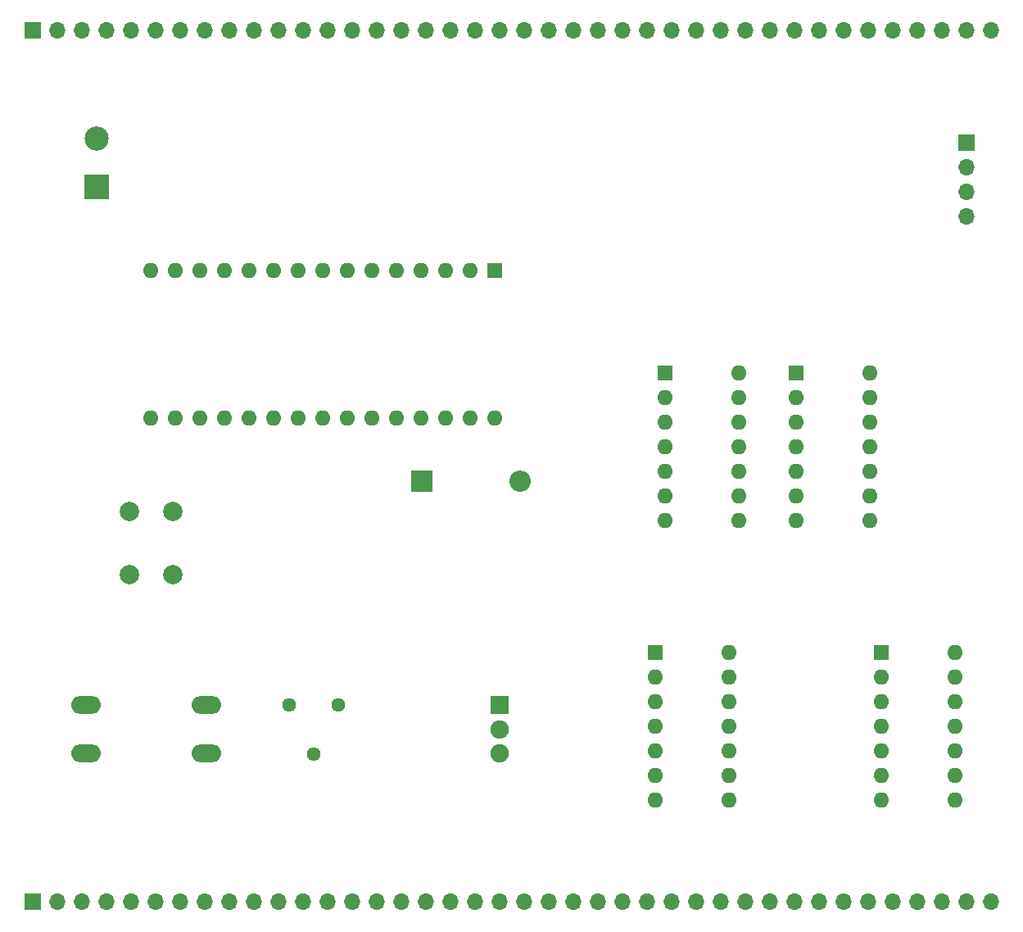
<source format=gbs>
G04 #@! TF.GenerationSoftware,KiCad,Pcbnew,(5.1.9)-1*
G04 #@! TF.CreationDate,2021-10-24T10:29:25-04:00*
G04 #@! TF.ProjectId,loader,6c6f6164-6572-42e6-9b69-6361645f7063,2.0*
G04 #@! TF.SameCoordinates,Original*
G04 #@! TF.FileFunction,Soldermask,Bot*
G04 #@! TF.FilePolarity,Negative*
%FSLAX46Y46*%
G04 Gerber Fmt 4.6, Leading zero omitted, Abs format (unit mm)*
G04 Created by KiCad (PCBNEW (5.1.9)-1) date 2021-10-24 10:29:25*
%MOMM*%
%LPD*%
G01*
G04 APERTURE LIST*
%ADD10O,3.048000X1.850000*%
%ADD11C,2.500000*%
%ADD12R,2.500000X2.500000*%
%ADD13O,1.700000X1.700000*%
%ADD14R,1.700000X1.700000*%
%ADD15O,1.600000X1.600000*%
%ADD16R,1.600000X1.600000*%
%ADD17O,2.200000X2.200000*%
%ADD18R,2.200000X2.200000*%
%ADD19C,1.440000*%
%ADD20C,2.000000*%
%ADD21C,1.900000*%
%ADD22R,1.900000X1.900000*%
G04 APERTURE END LIST*
D10*
X91900000Y-120700000D03*
X91900000Y-115700000D03*
X104400000Y-120700000D03*
X104400000Y-115700000D03*
D11*
X93000000Y-57200000D03*
D12*
X93000000Y-62200000D03*
D13*
X182900000Y-65220000D03*
X182900000Y-62680000D03*
X182900000Y-60140000D03*
D14*
X182900000Y-57600000D03*
D15*
X98640000Y-86040000D03*
X98640000Y-70800000D03*
X134200000Y-86040000D03*
X101180000Y-70800000D03*
X131660000Y-86040000D03*
X103720000Y-70800000D03*
X129120000Y-86040000D03*
X106260000Y-70800000D03*
X126580000Y-86040000D03*
X108800000Y-70800000D03*
X124040000Y-86040000D03*
X111340000Y-70800000D03*
X121500000Y-86040000D03*
X113880000Y-70800000D03*
X118960000Y-86040000D03*
X116420000Y-70800000D03*
X116420000Y-86040000D03*
X118960000Y-70800000D03*
X113880000Y-86040000D03*
X121500000Y-70800000D03*
X111340000Y-86040000D03*
X124040000Y-70800000D03*
X108800000Y-86040000D03*
X126580000Y-70800000D03*
X106260000Y-86040000D03*
X129120000Y-70800000D03*
X103720000Y-86040000D03*
X131660000Y-70800000D03*
X101180000Y-86040000D03*
D16*
X134200000Y-70800000D03*
D17*
X136760000Y-92600000D03*
D18*
X126600000Y-92600000D03*
D19*
X112900000Y-115700000D03*
X115440000Y-120780000D03*
X117980000Y-115700000D03*
D20*
X96400000Y-95700000D03*
X100900000Y-95700000D03*
X96400000Y-102200000D03*
X100900000Y-102200000D03*
D21*
X134700000Y-120700000D03*
X134700000Y-118200000D03*
D22*
X134700000Y-115700000D03*
D15*
X181720000Y-110300000D03*
X174100000Y-125540000D03*
X181720000Y-112840000D03*
X174100000Y-123000000D03*
X181720000Y-115380000D03*
X174100000Y-120460000D03*
X181720000Y-117920000D03*
X174100000Y-117920000D03*
X181720000Y-120460000D03*
X174100000Y-115380000D03*
X181720000Y-123000000D03*
X174100000Y-112840000D03*
X181720000Y-125540000D03*
D16*
X174100000Y-110300000D03*
D15*
X158420000Y-110300000D03*
X150800000Y-125540000D03*
X158420000Y-112840000D03*
X150800000Y-123000000D03*
X158420000Y-115380000D03*
X150800000Y-120460000D03*
X158420000Y-117920000D03*
X150800000Y-117920000D03*
X158420000Y-120460000D03*
X150800000Y-115380000D03*
X158420000Y-123000000D03*
X150800000Y-112840000D03*
X158420000Y-125540000D03*
D16*
X150800000Y-110300000D03*
D15*
X159420000Y-81400000D03*
X151800000Y-96640000D03*
X159420000Y-83940000D03*
X151800000Y-94100000D03*
X159420000Y-86480000D03*
X151800000Y-91560000D03*
X159420000Y-89020000D03*
X151800000Y-89020000D03*
X159420000Y-91560000D03*
X151800000Y-86480000D03*
X159420000Y-94100000D03*
X151800000Y-83940000D03*
X159420000Y-96640000D03*
D16*
X151800000Y-81400000D03*
D15*
X172920000Y-81400000D03*
X165300000Y-96640000D03*
X172920000Y-83940000D03*
X165300000Y-94100000D03*
X172920000Y-86480000D03*
X165300000Y-91560000D03*
X172920000Y-89020000D03*
X165300000Y-89020000D03*
X172920000Y-91560000D03*
X165300000Y-86480000D03*
X172920000Y-94100000D03*
X165300000Y-83940000D03*
X172920000Y-96640000D03*
D16*
X165300000Y-81400000D03*
D13*
X185460000Y-136000000D03*
X182920000Y-136000000D03*
X180380000Y-136000000D03*
X177840000Y-136000000D03*
X175300000Y-136000000D03*
X172760000Y-136000000D03*
X170220000Y-136000000D03*
X167680000Y-136000000D03*
X165140000Y-136000000D03*
X162600000Y-136000000D03*
X160060000Y-136000000D03*
X157520000Y-136000000D03*
X154980000Y-136000000D03*
X152440000Y-136000000D03*
X149900000Y-136000000D03*
X147360000Y-136000000D03*
X144820000Y-136000000D03*
X142280000Y-136000000D03*
X139740000Y-136000000D03*
X137200000Y-136000000D03*
X134660000Y-136000000D03*
X132120000Y-136000000D03*
X129580000Y-136000000D03*
X127040000Y-136000000D03*
X124500000Y-136000000D03*
X121960000Y-136000000D03*
X119420000Y-136000000D03*
X116880000Y-136000000D03*
X114340000Y-136000000D03*
X111800000Y-136000000D03*
X109260000Y-136000000D03*
X106720000Y-136000000D03*
X104180000Y-136000000D03*
X101640000Y-136000000D03*
X99100000Y-136000000D03*
X96560000Y-136000000D03*
X94020000Y-136000000D03*
X91480000Y-136000000D03*
X88940000Y-136000000D03*
D14*
X86400000Y-136000000D03*
D13*
X185460000Y-46000000D03*
X182920000Y-46000000D03*
X180380000Y-46000000D03*
X177840000Y-46000000D03*
X175300000Y-46000000D03*
X172760000Y-46000000D03*
X170220000Y-46000000D03*
X167680000Y-46000000D03*
X165140000Y-46000000D03*
X162600000Y-46000000D03*
X160060000Y-46000000D03*
X157520000Y-46000000D03*
X154980000Y-46000000D03*
X152440000Y-46000000D03*
X149900000Y-46000000D03*
X147360000Y-46000000D03*
X144820000Y-46000000D03*
X142280000Y-46000000D03*
X139740000Y-46000000D03*
X137200000Y-46000000D03*
X134660000Y-46000000D03*
X132120000Y-46000000D03*
X129580000Y-46000000D03*
X127040000Y-46000000D03*
X124500000Y-46000000D03*
X121960000Y-46000000D03*
X119420000Y-46000000D03*
X116880000Y-46000000D03*
X114340000Y-46000000D03*
X111800000Y-46000000D03*
X109260000Y-46000000D03*
X106720000Y-46000000D03*
X104180000Y-46000000D03*
X101640000Y-46000000D03*
X99100000Y-46000000D03*
X96560000Y-46000000D03*
X94020000Y-46000000D03*
X91480000Y-46000000D03*
X88940000Y-46000000D03*
D14*
X86400000Y-46000000D03*
M02*

</source>
